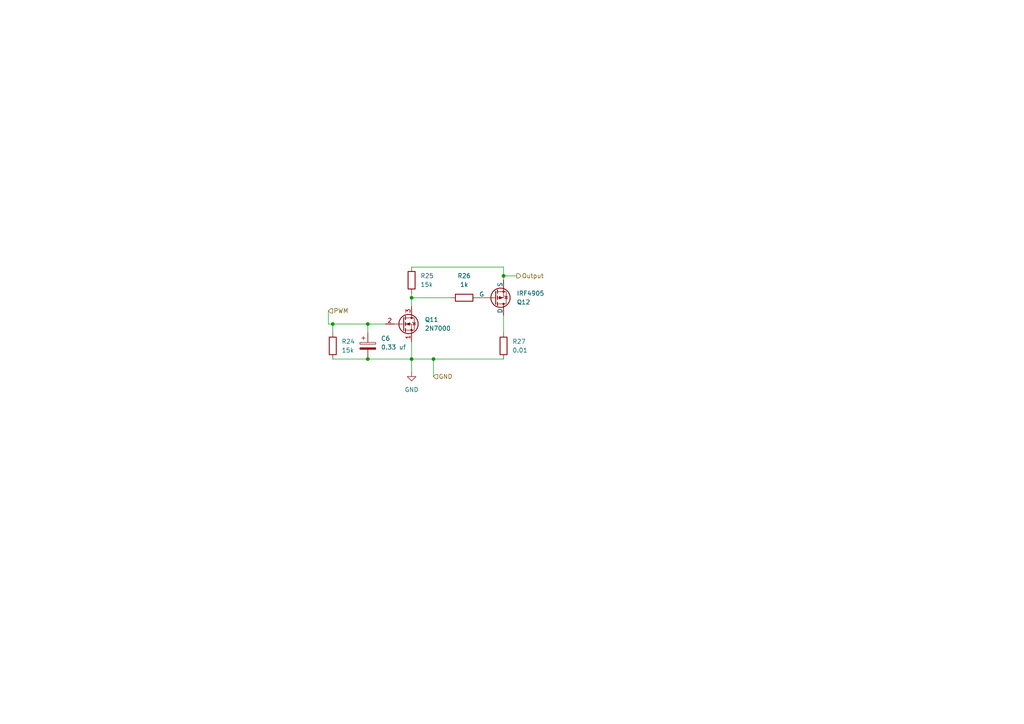
<source format=kicad_sch>
(kicad_sch (version 20250114) (generator "eeschema") (generator_version "9.0")
  (paper "A4")
  (title_block (title "Smart Cell Analizer"))
  (lib_symbols
    (symbol "Device:C_Polarized" (pin_numbers (hide yes)) (pin_names (offset 0.254))
      (property "Reference" "C" (at 0.635 2.54 0))
      (property "Value" "C_Polarized" (at 0.635 -2.54 0))
      (symbol "C_Polarized_0_1"
        (rectangle (start -2.286 0.508) (end 2.286 1.016))
        (polyline (pts (xy -1.778 2.286) (xy -0.762 2.286)))
        (polyline (pts (xy -1.27 2.794) (xy -1.27 1.778)))
        (rectangle (start 2.286 -0.508) (end -2.286 -1.016) (fill (type outline)))
      )
      (symbol "C_Polarized_1_1"
        (pin passive line (at 0 3.81 270) (length 2.794) (name "~") (number "1"))
        (pin passive line (at 0 -3.81 90) (length 2.794) (name "~") (number "2"))
      )
    )
    (symbol "Device:R" (pin_numbers (hide yes)) (pin_names (offset 0))
      (property "Reference" "R" (at 2.032 0 90))
      (property "Value" "R" (at 0 0 90))
      (symbol "R_0_1"
        (rectangle (start -1.016 -2.54) (end 1.016 2.54) (stroke (width 0.254)))
      )
      (symbol "R_1_1"
        (pin passive line (at 0 3.81 270) (length 1.27) (name "~") (number "1"))
        (pin passive line (at 0 -3.81 90) (length 1.27) (name "~") (number "2"))
      )
    )
    (symbol "Simulation_SPICE:PMOS" (pin_numbers (hide yes)) (pin_names (offset 0))
      (property "Reference" "Q" (at 5.08 1.27 0))
      (property "Value" "PMOS" (at 5.08 -1.27 0))
      (symbol "PMOS_0_1"
        (polyline (pts (xy 0.254 1.905) (xy 0.254 -1.905)) (stroke (width 0.254)))
        (polyline (pts (xy 0.254 0) (xy -2.54 0)))
        (polyline (pts (xy 0.762 2.286) (xy 0.762 1.27)) (stroke (width 0.254)))
        (polyline (pts (xy 0.762 1.778) (xy 3.302 1.778) (xy 3.302 -1.778) (xy 0.762 -1.778)))
        (polyline (pts (xy 0.762 0.508) (xy 0.762 -0.508)) (stroke (width 0.254)))
        (polyline (pts (xy 0.762 -1.27) (xy 0.762 -2.286)) (stroke (width 0.254)))
        (circle (center 1.651 0) (radius 2.794) (stroke (width 0.254)))
        (polyline (pts (xy 2.286 0) (xy 1.27 0.381) (xy 1.27 -0.381) (xy 2.286 0)) (fill (type outline)))
        (polyline (pts (xy 2.54 2.54) (xy 2.54 1.778)))
        (circle (center 2.54 1.778) (radius 0.254) (fill (type outline)))
        (circle (center 2.54 -1.778) (radius 0.254) (fill (type outline)))
        (polyline (pts (xy 2.54 -2.54) (xy 2.54 0) (xy 0.762 0)))
        (polyline (pts (xy 2.794 -0.508) (xy 2.921 -0.381) (xy 3.683 -0.381) (xy 3.81 -0.254)))
        (polyline (pts (xy 3.302 -0.381) (xy 2.921 0.254) (xy 3.683 0.254) (xy 3.302 -0.381)))
      )
      (symbol "PMOS_1_1"
        (pin input line (at -5.08 0 0) (length 2.54) (name "G") (number "2"))
        (pin passive line (at 2.54 5.08 270) (length 2.54) (name "D") (number "1"))
        (pin passive line (at 2.54 -5.08 90) (length 2.54) (name "S") (number "3"))
      )
    )
    (symbol "Transistor_FET:2N7000" (pin_names (hide yes))
      (property "Reference" "Q" (at 5.08 1.905 0))
      (property "Value" "2N7000" (at 5.08 0 0))
      (symbol "2N7000_0_1"
        (polyline (pts (xy 0.254 1.905) (xy 0.254 -1.905)) (stroke (width 0.254)))
        (polyline (pts (xy 0.254 0) (xy -2.54 0)))
        (polyline (pts (xy 0.762 2.286) (xy 0.762 1.27)) (stroke (width 0.254)))
        (polyline (pts (xy 0.762 0.508) (xy 0.762 -0.508)) (stroke (width 0.254)))
        (polyline (pts (xy 0.762 -1.27) (xy 0.762 -2.286)) (stroke (width 0.254)))
        (polyline (pts (xy 0.762 -1.778) (xy 3.302 -1.778) (xy 3.302 1.778) (xy 0.762 1.778)))
        (polyline (pts (xy 1.016 0) (xy 2.032 0.381) (xy 2.032 -0.381) (xy 1.016 0)) (fill (type outline)))
        (circle (center 1.651 0) (radius 2.794) (stroke (width 0.254)))
        (polyline (pts (xy 2.54 2.54) (xy 2.54 1.778)))
        (circle (center 2.54 1.778) (radius 0.254) (fill (type outline)))
        (circle (center 2.54 -1.778) (radius 0.254) (fill (type outline)))
        (polyline (pts (xy 2.54 -2.54) (xy 2.54 0) (xy 0.762 0)))
        (polyline (pts (xy 2.794 0.508) (xy 2.921 0.381) (xy 3.683 0.381) (xy 3.81 0.254)))
        (polyline (pts (xy 3.302 0.381) (xy 2.921 -0.254) (xy 3.683 -0.254) (xy 3.302 0.381)))
      )
      (symbol "2N7000_1_1"
        (pin input line (at -5.08 0 0) (length 2.54) (name "G") (number "2"))
        (pin passive line (at 2.54 5.08 270) (length 2.54) (name "D") (number "3"))
        (pin passive line (at 2.54 -5.08 90) (length 2.54) (name "S") (number "1"))
      )
    )
    (symbol "power:GND" (power) (pin_numbers (hide yes)) (pin_names (offset 0) (hide yes))
      (property "Value" "GND" (at 0 -3.81 0))
      (symbol "GND_0_1"
        (polyline (pts (xy 0 0) (xy 0 -1.27) (xy 1.27 -1.27) (xy 0 -2.54) (xy -1.27 -1.27) (xy 0 -1.27)))
      )
      (symbol "GND_1_1"
        (pin power_in line (at 0 0 270) (length 0) (name "~") (number "1"))
      )
    )
  )
  (junction (at 146.05 80.01))
  (junction (at 106.68 104.14))
  (junction (at 119.38 104.14))
  (junction (at 119.38 86.36))
  (junction (at 106.68 93.98))
  (junction (at 96.52 93.98))
  (junction (at 125.73 104.14))
  (wire (pts (xy 119.38 86.36) (xy 130.81 86.36)))
  (wire (pts (xy 106.68 93.98) (xy 106.68 96.52)))
  (wire (pts (xy 125.73 104.14) (xy 146.05 104.14)))
  (wire (pts (xy 119.38 104.14) (xy 119.38 107.95)))
  (wire (pts (xy 119.38 86.36) (xy 119.38 88.9)))
  (wire (pts (xy 96.52 104.14) (xy 106.68 104.14)))
  (wire (pts (xy 95.25 90.17) (xy 95.25 93.98)))
  (wire (pts (xy 106.68 93.98) (xy 111.76 93.98)))
  (wire (pts (xy 119.38 99.06) (xy 119.38 104.14)))
  (wire (pts (xy 96.52 93.98) (xy 106.68 93.98)))
  (wire (pts (xy 125.73 104.14) (xy 125.73 109.22)))
  (wire (pts (xy 146.05 77.47) (xy 146.05 80.01)))
  (wire (pts (xy 146.05 80.01) (xy 146.05 81.28)))
  (wire (pts (xy 106.68 104.14) (xy 119.38 104.14)))
  (wire (pts (xy 95.25 93.98) (xy 96.52 93.98)))
  (wire (pts (xy 146.05 91.44) (xy 146.05 96.52)))
  (wire (pts (xy 119.38 77.47) (xy 146.05 77.47)))
  (wire (pts (xy 96.52 93.98) (xy 96.52 96.52)))
  (wire (pts (xy 119.38 85.09) (xy 119.38 86.36)))
  (wire (pts (xy 119.38 104.14) (xy 125.73 104.14)))
  (wire (pts (xy 146.05 80.01) (xy 149.86 80.01)))
  (hierarchical_label "GND" (shape input) (at 125.73 109.22 0))
  (hierarchical_label "PWM" (shape input) (at 95.25 90.17 0))
  (hierarchical_label "Output" (shape output) (at 149.86 80.01 0))
  (symbol (lib_id "power:GND") (at 119.38 107.95 0) (unit 1)
    (property "Reference" "#PWR04" (effects (hide yes)))
    (property "Value" "GND" (at 119.38 113.03 0))
    (property "Description" "Power symbol creates a global label with name \"GND\" , ground" (effects (hide yes)))
    (instances (project "SmartCellAnalyzer" (path "" (reference "#PWR06") (unit 1)) (path "" (reference "#PWR02") (unit 1)) (path "" (reference "#PWR04") (unit 1))))
  )
  (symbol (lib_id "Device:R") (at 146.05 100.33 0) (unit 1)
    (property "Reference" "R18" (at 148.59 99.0599 0) (effects (justify left)))
    (property "Value" "0.01" (at 148.59 101.5999 0) (effects (justify left)))
    (property "Description" "Resistor" (effects (hide yes)))
    (instances (project "SmartCellAnalyzer" (path "" (reference "R27") (unit 1)) (path "" (reference "R13") (unit 1)) (path "" (reference "R18") (unit 1))))
  )
  (symbol (lib_id "Simulation_SPICE:PMOS") (at 143.51 86.36 0) (mirror x) (unit 1)
    (property "Reference" "Q8" (at 149.86 87.6301 0) (effects (justify left)))
    (property "Value" "IRF4905" (at 149.86 85.0901 0) (effects (justify left)))
    (property "Datasheet" "https://ngspice.sourceforge.io/docs/ngspice-html-manual/manual.xhtml#cha_MOSFETs" (effects (hide yes)))
    (property "Description" "P-MOSFET transistor, drain/source/gate" (effects (hide yes)))
    (property "Sim.Device" "PMOS" (effects (hide yes)))
    (property "Sim.Type" "VDMOS" (effects (hide yes)))
    (property "Sim.Pins" "1=D 2=G 3=S" (effects (hide yes)))
    (instances (project "SmartCellAnalyzer" (path "" (reference "Q12") (unit 1)) (path "" (reference "Q6") (unit 1)) (path "" (reference "Q8") (unit 1))))
  )
  (symbol (lib_id "Device:R") (at 96.52 100.33 0) (unit 1)
    (property "Reference" "R15" (at 99.06 99.0599 0) (effects (justify left)))
    (property "Value" "15k" (at 99.06 101.5999 0) (effects (justify left)))
    (property "Description" "Resistor" (effects (hide yes)))
    (instances (project "SmartCellAnalyzer" (path "" (reference "R24") (unit 1)) (path "" (reference "R10") (unit 1)) (path "" (reference "R15") (unit 1))))
  )
  (symbol (lib_id "Device:R") (at 134.62 86.36 90) (unit 1)
    (property "Reference" "R17" (at 134.62 80.01 90))
    (property "Value" "1k" (at 134.62 82.55 90))
    (property "Description" "Resistor" (effects (hide yes)))
    (instances (project "SmartCellAnalyzer" (path "" (reference "R26") (unit 1)) (path "" (reference "R12") (unit 1)) (path "" (reference "R17") (unit 1))))
  )
  (symbol (lib_id "Device:C_Polarized") (at 106.68 100.33 0) (unit 1)
    (property "Reference" "C4" (at 110.49 98.1709 0) (effects (justify left)))
    (property "Value" "0.33 uf" (at 110.49 100.7109 0) (effects (justify left)))
    (property "Description" "Polarized capacitor" (effects (hide yes)))
    (instances (project "SmartCellAnalyzer" (path "" (reference "C6") (unit 1)) (path "" (reference "C3") (unit 1)) (path "" (reference "C4") (unit 1))))
  )
  (symbol (lib_id "Device:R") (at 119.38 81.28 0) (unit 1)
    (property "Reference" "R16" (at 121.92 80.0099 0) (effects (justify left)))
    (property "Value" "15k" (at 121.92 82.5499 0) (effects (justify left)))
    (property "Description" "Resistor" (effects (hide yes)))
    (instances (project "SmartCellAnalyzer" (path "" (reference "R25") (unit 1)) (path "" (reference "R11") (unit 1)) (path "" (reference "R16") (unit 1))))
  )
  (symbol (lib_id "Transistor_FET:2N7000") (at 116.84 93.98 0) (unit 1)
    (property "Reference" "Q7" (at 123.19 92.7099 0) (effects (justify left)))
    (property "Value" "2N7000" (at 123.19 95.2499 0) (effects (justify left)))
    (property "Footprint" "Package_TO_SOT_THT:TO-92_Inline" (effects (hide yes)))
    (property "Datasheet" "https://www.vishay.com/docs/70226/70226.pdf" (effects (hide yes)))
    (property "Description" "0.2A Id, 200V Vds, N-Channel MOSFET, 2.6V Logic Level, TO-92" (effects (hide yes)))
    (instances (project "SmartCellAnalyzer" (path "" (reference "Q11") (unit 1)) (path "" (reference "Q5") (unit 1)) (path "" (reference "Q7") (unit 1))))
  )
)
</source>
